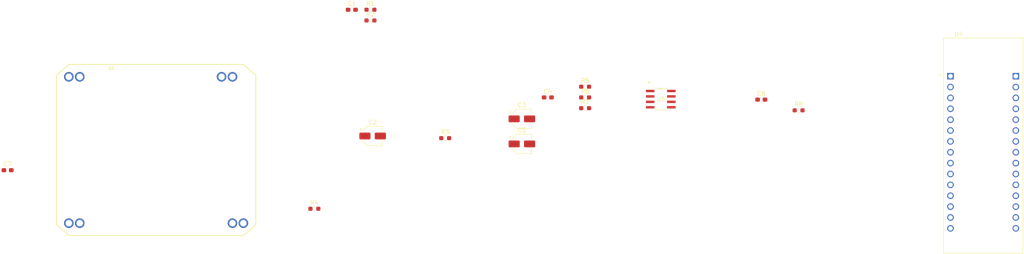
<source format=kicad_pcb>
(kicad_pcb (version 20241229) (generator "pcbnew") (generator_version "9.0")
  (layers (0 "F.Cu" signal) (2 "B.Cu" signal) (13 "F.Paste" user) (15 "B.Paste" user) (5 "F.SilkS" user "F.Silkscreen") (7 "B.SilkS" user "B.Silkscreen") (1 "F.Mask" user) (3 "B.Mask" user) (25 "Edge.Cuts" user))
  (net 0 "")
  (net 1 "GND")
  (net 2 "Net-(C2-Pad2)")
  (net 3 "Net-(C3-Pad1)")
  (net 4 "Net-(C5-Pad1)")
  (net 5 "+5V")
  (net 6 "+3.3V")
  (net 33 "2IN+")
  (net 34 "1IN+")
  (net 35 "Net-(U5-1IN-)")
  (net 36 "Net-(U5-1OUT)")
  (net 37 "2OUT")
  (net 38 "2IN-")
  (footprint "Footprinty:HB100" (layer "F.Cu") (at 55.5 121.5)
    (property "Reference" "U3" (at -10.463 -17.7874 0) (layer "F.SilkS") (effects (font (size 0.64 0.64))))
    (property "Value" "HB100")
    (fp_line (start -23.25 -16.19) (end -23.25 18.73) (stroke (width 0.2032)) (layer "F.SilkS"))
    (fp_line (start -20.35 -18.73) (end -23.25 -16.19) (stroke (width 0.2032)) (layer "F.SilkS"))
    (fp_line (start -20.32 21.27) (end -23.25 18.73) (stroke (width 0.2032)) (layer "F.SilkS"))
    (fp_line (start 20.35 -18.73) (end -20.35 -18.73) (stroke (width 0.2032)) (layer "F.SilkS"))
    (fp_line (start 20.35 -18.73) (end 23.25 -16.19) (stroke (width 0.2032)) (layer "F.SilkS"))
    (fp_line (start 20.35 21.27) (end -20.32 21.27) (stroke (width 0.2032)) (layer "F.SilkS"))
    (fp_line (start 23.25 -16.19) (end 23.25 18.73) (stroke (width 0.2032)) (layer "F.SilkS"))
    (fp_line (start 23.25 18.73) (end 20.35 21.27) (stroke (width 0.2032)) (layer "F.SilkS"))
    (pad "5V" thru_hole circle (at -20.35 -15.83) (size 2.25 2.25) (drill 1.5) (layers "*.Cu" "*.Mask") (net 5 "+5V"))
    (pad "5V" thru_hole circle (at -17.81 -15.83) (size 2.25 2.25) (drill 1.5) (layers "*.Cu" "*.Mask") (net 5 "+5V"))
    (pad "GND" thru_hole circle (at 15.27 -15.83) (size 2.25 2.25) (drill 1.5) (layers "*.Cu" "*.Mask") (net 1 "GND"))
    (pad "GND" thru_hole circle (at 17.81 -15.83) (size 2.25 2.25) (drill 1.5) (layers "*.Cu" "*.Mask") (net 1 "GND"))
    (pad "GND" thru_hole circle (at 17.81 18.37) (size 2.25 2.25) (drill 1.5) (layers "*.Cu" "*.Mask") (net 1 "GND"))
    (pad "GND" thru_hole circle (at 20.35 18.37) (size 2.25 2.25) (drill 1.5) (layers "*.Cu" "*.Mask") (net 1 "GND"))
    (pad "IF" thru_hole circle (at -20.35 18.37) (size 2.25 2.25) (drill 1.5) (layers "*.Cu" "*.Mask") (net 2 "Net-(C2-Pad2)"))
    (pad "IF" thru_hole circle (at -17.81 18.37) (size 2.25 2.25) (drill 1.5) (layers "*.Cu" "*.Mask") (net 2 "Net-(C2-Pad2)"))
  )
  (footprint "Resistor_SMD:R_0603_1608Metric_Pad0.98x0.95mm_HandSolder" (layer "F.Cu") (at 155.55 107.98)
    (property "Reference" "R5" (at 0 -1.43 0) (layer "F.SilkS"))
    (property "Value" "8.2k")
    (fp_line (start -0.254724 -0.5225) (end 0.254724 -0.5225) (stroke (width 0.12)) (layer "F.SilkS"))
    (fp_line (start -0.254724 0.5225) (end 0.254724 0.5225) (stroke (width 0.12)) (layer "F.SilkS"))
    (pad "1" smd roundrect (at -0.9125 0) (size 0.975 0.95) (layers "F.Cu" "F.Mask" "F.Paste") (net 4 "Net-(C5-Pad1)"))
    (pad "2" smd roundrect (at 0.9125 0) (size 0.975 0.95) (layers "F.Cu" "F.Mask" "F.Paste") (net 38 "2IN-"))
  )
  (footprint "Capacitor_SMD:CP_Elec_4x5.4" (layer "F.Cu") (at 140.8 115.5)
    (property "Reference" "C3" (at 0 -3.2 0) (layer "F.SilkS"))
    (property "Value" "4.7u")
    (fp_line (start -3 -1.56) (end -2.5 -1.56) (stroke (width 0.12)) (layer "F.SilkS"))
    (fp_line (start -2.75 -1.81) (end -2.75 -1.31) (stroke (width 0.12)) (layer "F.SilkS"))
    (fp_line (start -2.26 -1.195563) (end -2.26 -1.06) (stroke (width 0.12)) (layer "F.SilkS"))
    (fp_line (start -2.26 -1.195563) (end -1.195563 -2.26) (stroke (width 0.12)) (layer "F.SilkS"))
    (fp_line (start -2.26 1.195563) (end -2.26 1.06) (stroke (width 0.12)) (layer "F.SilkS"))
    (fp_line (start -2.26 1.195563) (end -1.195563 2.26) (stroke (width 0.12)) (layer "F.SilkS"))
    (fp_line (start -1.195563 -2.26) (end 2.26 -2.26) (stroke (width 0.12)) (layer "F.SilkS"))
    (fp_line (start -1.195563 2.26) (end 2.26 2.26) (stroke (width 0.12)) (layer "F.SilkS"))
    (fp_line (start 2.26 -2.26) (end 2.26 -1.06) (stroke (width 0.12)) (layer "F.SilkS"))
    (fp_line (start 2.26 2.26) (end 2.26 1.06) (stroke (width 0.12)) (layer "F.SilkS"))
    (pad "1" smd roundrect (at -1.8 0) (size 2.6 1.6) (layers "F.Cu" "F.Mask" "F.Paste") (roundrect_rratio 0.15625) (net 3 "Net-(C3-Pad1)"))
    (pad "2" smd roundrect (at 1.8 0) (size 2.6 1.6) (layers "F.Cu" "F.Mask" "F.Paste") (roundrect_rratio 0.15625) (net 1 "GND"))
  )
  (footprint "Capacitor_SMD:CP_Elec_4x5.4" (layer "F.Cu") (at 106 119.5)
    (property "Reference" "C2" (at 0 -3.2 0) (layer "F.SilkS"))
    (property "Value" "4.7u")
    (fp_line (start -3 -1.56) (end -2.5 -1.56) (stroke (width 0.12)) (layer "F.SilkS"))
    (fp_line (start -2.75 -1.81) (end -2.75 -1.31) (stroke (width 0.12)) (layer "F.SilkS"))
    (fp_line (start -2.26 -1.195563) (end -2.26 -1.06) (stroke (width 0.12)) (layer "F.SilkS"))
    (fp_line (start -2.26 -1.195563) (end -1.195563 -2.26) (stroke (width 0.12)) (layer "F.SilkS"))
    (fp_line (start -2.26 1.195563) (end -2.26 1.06) (stroke (width 0.12)) (layer "F.SilkS"))
    (fp_line (start -2.26 1.195563) (end -1.195563 2.26) (stroke (width 0.12)) (layer "F.SilkS"))
    (fp_line (start -1.195563 -2.26) (end 2.26 -2.26) (stroke (width 0.12)) (layer "F.SilkS"))
    (fp_line (start -1.195563 2.26) (end 2.26 2.26) (stroke (width 0.12)) (layer "F.SilkS"))
    (fp_line (start 2.26 -2.26) (end 2.26 -1.06) (stroke (width 0.12)) (layer "F.SilkS"))
    (fp_line (start 2.26 2.26) (end 2.26 1.06) (stroke (width 0.12)) (layer "F.SilkS"))
    (pad "1" smd roundrect (at -1.8 0) (size 2.6 1.6) (layers "F.Cu" "F.Mask" "F.Paste") (roundrect_rratio 0.15625) (net 34 "1IN+"))
    (pad "2" smd roundrect (at 1.8 0) (size 2.6 1.6) (layers "F.Cu" "F.Mask" "F.Paste") (roundrect_rratio 0.15625) (net 2 "Net-(C2-Pad2)"))
  )
  (footprint "Resistor_SMD:R_0603_1608Metric_Pad0.98x0.95mm_HandSolder" (layer "F.Cu") (at 205.3375 113.51)
    (property "Reference" "R8" (at 0 -1.43 0) (layer "F.SilkS"))
    (property "Value" "1m")
    (fp_line (start -0.254724 -0.5225) (end 0.254724 -0.5225) (stroke (width 0.12)) (layer "F.SilkS"))
    (fp_line (start -0.254724 0.5225) (end 0.254724 0.5225) (stroke (width 0.12)) (layer "F.SilkS"))
    (pad "1" smd roundrect (at -0.9125 0) (size 0.975 0.95) (layers "F.Cu" "F.Mask" "F.Paste") (net 38 "2IN-"))
    (pad "2" smd roundrect (at 0.9125 0) (size 0.975 0.95) (layers "F.Cu" "F.Mask" "F.Paste") (net 37 "2OUT"))
  )
  (footprint "Footprinty:D8" (layer "F.Cu") (at 173.1987 110.885)
    (property "Reference" "U5" (at 0 0 0) (layer "F.SilkS"))
    (property "Value" "LM358DR")
    (fp_line (start -1.373653 2.5019) (end 1.373653 2.5019) (stroke (width 0.1524)) (layer "F.SilkS"))
    (fp_line (start 1.373653 -2.5019) (end -1.373653 -2.5019) (stroke (width 0.1524)) (layer "F.SilkS"))
    (fp_arc (start 0.3048 -2.5019) (mid 0 -2.1971) (end -0.3048 -2.5019) (stroke (width 0.1524)) (layer "F.SilkS"))
    (fp_text user "*" (at -2.7178 -3.6068 0) (layer "F.SilkS"))
    (fp_text user "*" (at -2.7178 -3.6068 0) (layer "F.SilkS"))
    (pad "1" smd rect (at -2.4638 -1.905) (size 1.9812 0.5588) (layers "F.Cu" "F.Mask" "F.Paste") (net 36 "Net-(U5-1OUT)"))
    (pad "2" smd rect (at -2.4638 -0.635) (size 1.9812 0.5588) (layers "F.Cu" "F.Mask" "F.Paste") (net 35 "Net-(U5-1IN-)"))
    (pad "3" smd rect (at -2.4638 0.635) (size 1.9812 0.5588) (layers "F.Cu" "F.Mask" "F.Paste") (net 34 "1IN+"))
    (pad "4" smd rect (at -2.4638 1.905) (size 1.9812 0.5588) (layers "F.Cu" "F.Mask" "F.Paste") (net 1 "GND"))
    (pad "5" smd rect (at 2.4638 1.905) (size 1.9812 0.5588) (layers "F.Cu" "F.Mask" "F.Paste") (net 33 "2IN+"))
    (pad "6" smd rect (at 2.4638 0.635) (size 1.9812 0.5588) (layers "F.Cu" "F.Mask" "F.Paste") (net 38 "2IN-"))
    (pad "7" smd rect (at 2.4638 -0.635) (size 1.9812 0.5588) (layers "F.Cu" "F.Mask" "F.Paste") (net 37 "2OUT"))
    (pad "8" smd rect (at 2.4638 -1.905) (size 1.9812 0.5588) (layers "F.Cu" "F.Mask" "F.Paste") (net 6 "+3.3V"))
  )
  (footprint "Footprinty:MODULE_NUCLEO-L432KC" (layer "F.Cu") (at 248.38 121.735)
    (property "Reference" "U4" (at -5.715 -26.035 0) (layer "F.SilkS"))
    (property "Value" "NUCLEO-L432KC")
    (fp_line (start -9.27 -25.145) (end 9.27 -25.145) (stroke (width 0.127)) (layer "F.SilkS"))
    (fp_line (start -9.27 25.145) (end -9.27 -25.145) (stroke (width 0.127)) (layer "F.SilkS"))
    (fp_line (start 9.27 -25.145) (end 9.27 25.145) (stroke (width 0.127)) (layer "F.SilkS"))
    (fp_line (start 9.27 25.145) (end -9.27 25.145) (stroke (width 0.127)) (layer "F.SilkS"))
    (fp_circle (center -10 -16.5) (end -9.9 -16.5) (stroke (width 0.2)) (fill no) (layer "F.SilkS"))
    (pad "CN3_1" thru_hole rect (at -7.62 -16.215) (size 1.53 1.53) (drill 1.02) (layers "*.Cu" "*.Mask"))
    (pad "CN3_2" thru_hole circle (at -7.62 -13.675) (size 1.53 1.53) (drill 1.02) (layers "*.Cu" "*.Mask"))
    (pad "CN3_3" thru_hole circle (at -7.62 -11.135) (size 1.53 1.53) (drill 1.02) (layers "*.Cu" "*.Mask"))
    (pad "CN3_4" thru_hole circle (at -7.62 -8.595) (size 1.53 1.53) (drill 1.02) (layers "*.Cu" "*.Mask"))
    (pad "CN3_5" thru_hole circle (at -7.62 -6.055) (size 1.53 1.53) (drill 1.02) (layers "*.Cu" "*.Mask"))
    (pad "CN3_6" thru_hole circle (at -7.62 -3.515) (size 1.53 1.53) (drill 1.02) (layers "*.Cu" "*.Mask"))
    (pad "CN3_7" thru_hole circle (at -7.62 -0.975) (size 1.53 1.53) (drill 1.02) (layers "*.Cu" "*.Mask"))
    (pad "CN3_8" thru_hole circle (at -7.62 1.565) (size 1.53 1.53) (drill 1.02) (layers "*.Cu" "*.Mask"))
    (pad "CN3_9" thru_hole circle (at -7.62 4.105) (size 1.53 1.53) (drill 1.02) (layers "*.Cu" "*.Mask"))
    (pad "CN3_10" thru_hole circle (at -7.62 6.645) (size 1.53 1.53) (drill 1.02) (layers "*.Cu" "*.Mask"))
    (pad "CN3_11" thru_hole circle (at -7.62 9.185) (size 1.53 1.53) (drill 1.02) (layers "*.Cu" "*.Mask"))
    (pad "CN3_12" thru_hole circle (at -7.62 11.725) (size 1.53 1.53) (drill 1.02) (layers "*.Cu" "*.Mask"))
    (pad "CN3_13" thru_hole circle (at -7.62 14.265) (size 1.53 1.53) (drill 1.02) (layers "*.Cu" "*.Mask"))
    (pad "CN3_14" thru_hole circle (at -7.62 16.805) (size 1.53 1.53) (drill 1.02) (layers "*.Cu" "*.Mask"))
    (pad "CN3_15" thru_hole circle (at -7.62 19.345) (size 1.53 1.53) (drill 1.02) (layers "*.Cu" "*.Mask"))
    (pad "CN4_1" thru_hole rect (at 7.62 -16.215) (size 1.53 1.53) (drill 1.02) (layers "*.Cu" "*.Mask"))
    (pad "CN4_2" thru_hole circle (at 7.62 -13.675) (size 1.53 1.53) (drill 1.02) (layers "*.Cu" "*.Mask") (net 1 "GND"))
    (pad "CN4_3" thru_hole circle (at 7.62 -11.135) (size 1.53 1.53) (drill 1.02) (layers "*.Cu" "*.Mask"))
    (pad "CN4_4" thru_hole circle (at 7.62 -8.595) (size 1.53 1.53) (drill 1.02) (layers "*.Cu" "*.Mask") (net 5 "+5V"))
    (pad "CN4_5" thru_hole circle (at 7.62 -6.055) (size 1.53 1.53) (drill 1.02) (layers "*.Cu" "*.Mask"))
    (pad "CN4_6" thru_hole circle (at 7.62 -3.515) (size 1.53 1.53) (drill 1.02) (layers "*.Cu" "*.Mask"))
    (pad "CN4_7" thru_hole circle (at 7.62 -0.975) (size 1.53 1.53) (drill 1.02) (layers "*.Cu" "*.Mask"))
    (pad "CN4_8" thru_hole circle (at 7.62 1.565) (size 1.53 1.53) (drill 1.02) (layers "*.Cu" "*.Mask"))
    (pad "CN4_9" thru_hole circle (at 7.62 4.105) (size 1.53 1.53) (drill 1.02) (layers "*.Cu" "*.Mask"))
    (pad "CN4_10" thru_hole circle (at 7.62 6.645) (size 1.53 1.53) (drill 1.02) (layers "*.Cu" "*.Mask") (net 37 "2OUT"))
    (pad "CN4_11" thru_hole circle (at 7.62 9.185) (size 1.53 1.53) (drill 1.02) (layers "*.Cu" "*.Mask"))
    (pad "CN4_12" thru_hole circle (at 7.62 11.725) (size 1.53 1.53) (drill 1.02) (layers "*.Cu" "*.Mask"))
    (pad "CN4_13" thru_hole circle (at 7.62 14.265) (size 1.53 1.53) (drill 1.02) (layers "*.Cu" "*.Mask"))
    (pad "CN4_14" thru_hole circle (at 7.62 16.805) (size 1.53 1.53) (drill 1.02) (layers "*.Cu" "*.Mask") (net 6 "+3.3V"))
    (pad "CN4_15" thru_hole circle (at 7.62 19.345) (size 1.53 1.53) (drill 1.02) (layers "*.Cu" "*.Mask"))
  )
  (footprint "Resistor_SMD:R_0603_1608Metric_Pad0.98x0.95mm_HandSolder" (layer "F.Cu") (at 155.55 113)
    (property "Reference" "R7" (at 0 -1.43 0) (layer "F.SilkS"))
    (property "Value" "10k")
    (fp_line (start -0.254724 -0.5225) (end 0.254724 -0.5225) (stroke (width 0.12)) (layer "F.SilkS"))
    (fp_line (start -0.254724 0.5225) (end 0.254724 0.5225) (stroke (width 0.12)) (layer "F.SilkS"))
    (pad "1" smd roundrect (at -0.9125 0) (size 0.975 0.95) (layers "F.Cu" "F.Mask" "F.Paste") (net 3 "Net-(C3-Pad1)"))
    (pad "2" smd roundrect (at 0.9125 0) (size 0.975 0.95) (layers "F.Cu" "F.Mask" "F.Paste") (net 35 "Net-(U5-1IN-)"))
  )
  (footprint "Resistor_SMD:R_0603_1608Metric_Pad0.98x0.95mm_HandSolder" (layer "F.Cu") (at 122.9125 120)
    (property "Reference" "R3" (at 0 -1.43 0) (layer "F.SilkS"))
    (property "Value" "330k")
    (fp_line (start -0.254724 -0.5225) (end 0.254724 -0.5225) (stroke (width 0.12)) (layer "F.SilkS"))
    (fp_line (start -0.254724 0.5225) (end 0.254724 0.5225) (stroke (width 0.12)) (layer "F.SilkS"))
    (pad "1" smd roundrect (at -0.9125 0) (size 0.975 0.95) (layers "F.Cu" "F.Mask" "F.Paste") (net 33 "2IN+"))
    (pad "2" smd roundrect (at 0.9125 0) (size 0.975 0.95) (layers "F.Cu" "F.Mask" "F.Paste") (net 34 "1IN+"))
  )
  (footprint "Capacitor_SMD:C_0603_1608Metric_Pad1.08x0.95mm_HandSolder" (layer "F.Cu") (at 146.85 110.49)
    (property "Reference" "C4" (at 0 -1.43 0) (layer "F.SilkS"))
    (property "Value" "2.2n")
    (fp_line (start -0.146267 -0.51) (end 0.146267 -0.51) (stroke (width 0.12)) (layer "F.SilkS"))
    (fp_line (start -0.146267 0.51) (end 0.146267 0.51) (stroke (width 0.12)) (layer "F.SilkS"))
    (pad "1" smd roundrect (at -0.8625 0) (size 1.075 0.95) (layers "F.Cu" "F.Mask" "F.Paste") (net 35 "Net-(U5-1IN-)"))
    (pad "2" smd roundrect (at 0.8625 0) (size 1.075 0.95) (layers "F.Cu" "F.Mask" "F.Paste") (net 36 "Net-(U5-1OUT)"))
  )
  (footprint "Capacitor_SMD:C_0603_1608Metric_Pad1.08x0.95mm_HandSolder" (layer "F.Cu") (at 20.8625 127.5)
    (property "Reference" "C7" (at 0 -1.43 0) (layer "F.SilkS"))
    (property "Value" "0.1u")
    (fp_line (start -0.146267 -0.51) (end 0.146267 -0.51) (stroke (width 0.12)) (layer "F.SilkS"))
    (fp_line (start -0.146267 0.51) (end 0.146267 0.51) (stroke (width 0.12)) (layer "F.SilkS"))
    (pad "1" smd roundrect (at -0.8625 0) (size 1.075 0.95) (layers "F.Cu" "F.Mask" "F.Paste") (net 5 "+5V"))
    (pad "2" smd roundrect (at 0.8625 0) (size 1.075 0.95) (layers "F.Cu" "F.Mask" "F.Paste") (net 1 "GND"))
  )
  (footprint "Capacitor_SMD:C_0603_1608Metric_Pad1.08x0.95mm_HandSolder" (layer "F.Cu") (at 101.1375 90)
    (property "Reference" "C1" (at 0 -1.43 0) (layer "F.SilkS"))
    (property "Value" "100u")
    (fp_line (start -0.146267 -0.51) (end 0.146267 -0.51) (stroke (width 0.12)) (layer "F.SilkS"))
    (fp_line (start -0.146267 0.51) (end 0.146267 0.51) (stroke (width 0.12)) (layer "F.SilkS"))
    (pad "1" smd roundrect (at -0.8625 0) (size 1.075 0.95) (layers "F.Cu" "F.Mask" "F.Paste") (net 33 "2IN+"))
    (pad "2" smd roundrect (at 0.8625 0) (size 1.075 0.95) (layers "F.Cu" "F.Mask" "F.Paste") (net 1 "GND"))
  )
  (footprint "Capacitor_SMD:CP_Elec_4x5.4" (layer "F.Cu") (at 140.8 121.35)
    (property "Reference" "C5" (at 0 -3.2 0) (layer "F.SilkS"))
    (property "Value" "4.7u")
    (fp_line (start -3 -1.56) (end -2.5 -1.56) (stroke (width 0.12)) (layer "F.SilkS"))
    (fp_line (start -2.75 -1.81) (end -2.75 -1.31) (stroke (width 0.12)) (layer "F.SilkS"))
    (fp_line (start -2.26 -1.195563) (end -2.26 -1.06) (stroke (width 0.12)) (layer "F.SilkS"))
    (fp_line (start -2.26 -1.195563) (end -1.195563 -2.26) (stroke (width 0.12)) (layer "F.SilkS"))
    (fp_line (start -2.26 1.195563) (end -2.26 1.06) (stroke (width 0.12)) (layer "F.SilkS"))
    (fp_line (start -2.26 1.195563) (end -1.195563 2.26) (stroke (width 0.12)) (layer "F.SilkS"))
    (fp_line (start -1.195563 -2.26) (end 2.26 -2.26) (stroke (width 0.12)) (layer "F.SilkS"))
    (fp_line (start -1.195563 2.26) (end 2.26 2.26) (stroke (width 0.12)) (layer "F.SilkS"))
    (fp_line (start 2.26 -2.26) (end 2.26 -1.06) (stroke (width 0.12)) (layer "F.SilkS"))
    (fp_line (start 2.26 2.26) (end 2.26 1.06) (stroke (width 0.12)) (layer "F.SilkS"))
    (pad "1" smd roundrect (at -1.8 0) (size 2.6 1.6) (layers "F.Cu" "F.Mask" "F.Paste") (roundrect_rratio 0.15625) (net 4 "Net-(C5-Pad1)"))
    (pad "2" smd roundrect (at 1.8 0) (size 2.6 1.6) (layers "F.Cu" "F.Mask" "F.Paste") (roundrect_rratio 0.15625) (net 36 "Net-(U5-1OUT)"))
  )
  (footprint "Resistor_SMD:R_0603_1608Metric_Pad0.98x0.95mm_HandSolder" (layer "F.Cu") (at 155.55 110.49)
    (property "Reference" "R6" (at 0 -1.43 0) (layer "F.SilkS"))
    (property "Value" "1m")
    (fp_line (start -0.254724 -0.5225) (end 0.254724 -0.5225) (stroke (width 0.12)) (layer "F.SilkS"))
    (fp_line (start -0.254724 0.5225) (end 0.254724 0.5225) (stroke (width 0.12)) (layer "F.SilkS"))
    (pad "1" smd roundrect (at -0.9125 0) (size 0.975 0.95) (layers "F.Cu" "F.Mask" "F.Paste") (net 35 "Net-(U5-1IN-)"))
    (pad "2" smd roundrect (at 0.9125 0) (size 0.975 0.95) (layers "F.Cu" "F.Mask" "F.Paste") (net 36 "Net-(U5-1OUT)"))
  )
  (footprint "Resistor_SMD:R_0603_1608Metric_Pad0.98x0.95mm_HandSolder" (layer "F.Cu") (at 105.4875 90)
    (property "Reference" "R1" (at 0 -1.43 0) (layer "F.SilkS"))
    (property "Value" "100k")
    (fp_line (start -0.254724 -0.5225) (end 0.254724 -0.5225) (stroke (width 0.12)) (layer "F.SilkS"))
    (fp_line (start -0.254724 0.5225) (end 0.254724 0.5225) (stroke (width 0.12)) (layer "F.SilkS"))
    (pad "1" smd roundrect (at -0.9125 0) (size 0.975 0.95) (layers "F.Cu" "F.Mask" "F.Paste") (net 33 "2IN+"))
    (pad "2" smd roundrect (at 0.9125 0) (size 0.975 0.95) (layers "F.Cu" "F.Mask" "F.Paste") (net 1 "GND"))
  )
  (footprint "Resistor_SMD:R_0603_1608Metric_Pad0.98x0.95mm_HandSolder" (layer "F.Cu") (at 92.4125 136.5)
    (property "Reference" "R4" (at 0 -1.43 0) (layer "F.SilkS"))
    (property "Value" "12k")
    (fp_line (start -0.254724 -0.5225) (end 0.254724 -0.5225) (stroke (width 0.12)) (layer "F.SilkS"))
    (fp_line (start -0.254724 0.5225) (end 0.254724 0.5225) (stroke (width 0.12)) (layer "F.SilkS"))
    (pad "1" smd roundrect (at -0.9125 0) (size 0.975 0.95) (layers "F.Cu" "F.Mask" "F.Paste") (net 2 "Net-(C2-Pad2)"))
    (pad "2" smd roundrect (at 0.9125 0) (size 0.975 0.95) (layers "F.Cu" "F.Mask" "F.Paste") (net 1 "GND"))
  )
  (footprint "Resistor_SMD:R_0603_1608Metric_Pad0.98x0.95mm_HandSolder" (layer "F.Cu") (at 105.4875 92.51)
    (property "Reference" "R2" (at 0 -1.43 0) (layer "F.SilkS"))
    (property "Value" "100k")
    (fp_line (start -0.254724 -0.5225) (end 0.254724 -0.5225) (stroke (width 0.12)) (layer "F.SilkS"))
    (fp_line (start -0.254724 0.5225) (end 0.254724 0.5225) (stroke (width 0.12)) (layer "F.SilkS"))
    (pad "1" smd roundrect (at -0.9125 0) (size 0.975 0.95) (layers "F.Cu" "F.Mask" "F.Paste") (net 5 "+5V"))
    (pad "2" smd roundrect (at 0.9125 0) (size 0.975 0.95) (layers "F.Cu" "F.Mask" "F.Paste") (net 33 "2IN+"))
  )
  (footprint "Capacitor_SMD:C_0603_1608Metric_Pad1.08x0.95mm_HandSolder" (layer "F.Cu") (at 196.6375 111)
    (property "Reference" "C6" (at 0 -1.43 0) (layer "F.SilkS"))
    (property "Value" "2.2n")
    (fp_line (start -0.146267 -0.51) (end 0.146267 -0.51) (stroke (width 0.12)) (layer "F.SilkS"))
    (fp_line (start -0.146267 0.51) (end 0.146267 0.51) (stroke (width 0.12)) (layer "F.SilkS"))
    (pad "1" smd roundrect (at -0.8625 0) (size 1.075 0.95) (layers "F.Cu" "F.Mask" "F.Paste") (net 38 "2IN-"))
    (pad "2" smd roundrect (at 0.8625 0) (size 1.075 0.95) (layers "F.Cu" "F.Mask" "F.Paste") (net 37 "2OUT"))
  )
)
</source>
